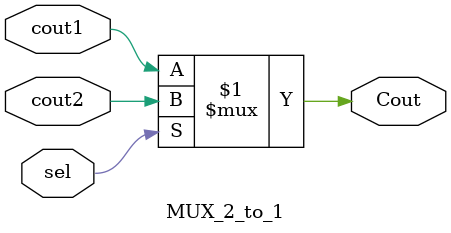
<source format=v>
`timescale 1ns / 1ps
module MUX_2_to_1(
 input cout1,
 input cout2,
 input sel,
 output Cout 
    );
 assign Cout = sel ? cout2 : cout1 ;

endmodule

</source>
